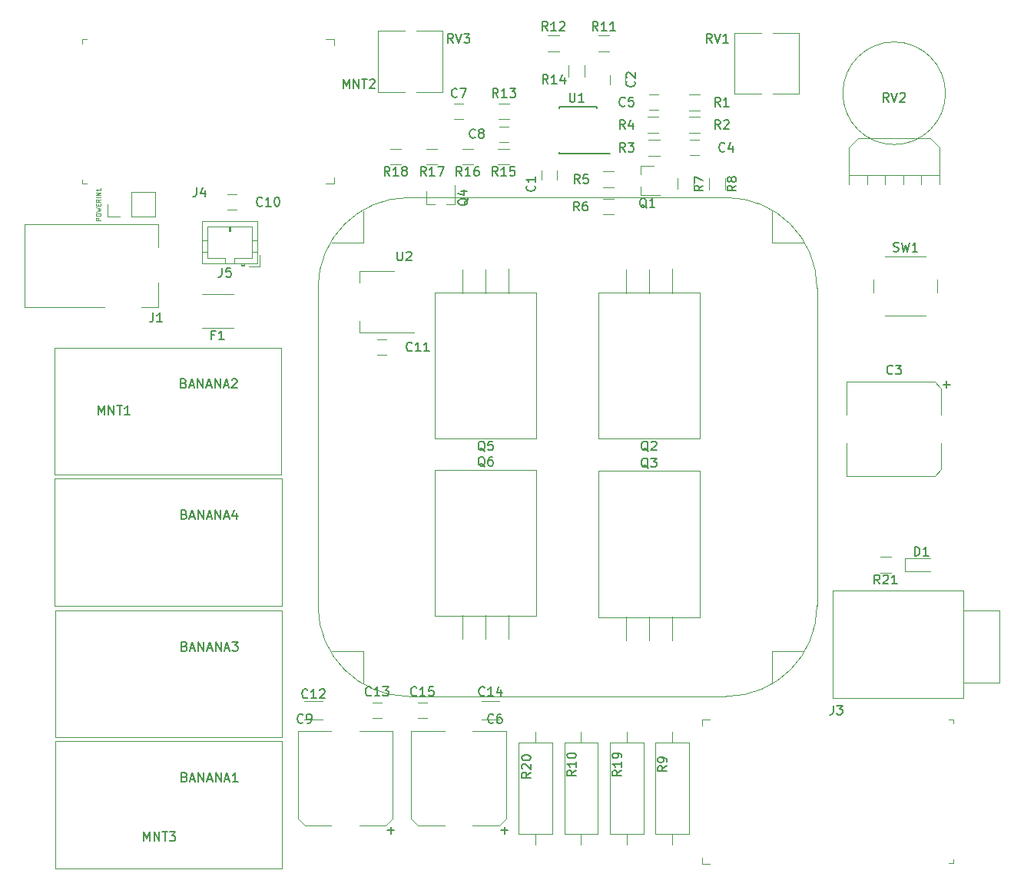
<source format=gbr>
G04 #@! TF.GenerationSoftware,KiCad,Pcbnew,(5.0.0)*
G04 #@! TF.CreationDate,2019-12-04T17:10:26-05:00*
G04 #@! TF.ProjectId,Audio Amp,417564696F20416D702E6B696361645F,rev?*
G04 #@! TF.SameCoordinates,Original*
G04 #@! TF.FileFunction,Legend,Top*
G04 #@! TF.FilePolarity,Positive*
%FSLAX46Y46*%
G04 Gerber Fmt 4.6, Leading zero omitted, Abs format (unit mm)*
G04 Created by KiCad (PCBNEW (5.0.0)) date 12/04/19 17:10:26*
%MOMM*%
%LPD*%
G01*
G04 APERTURE LIST*
%ADD10C,0.120000*%
%ADD11C,0.100000*%
%ADD12C,0.150000*%
%ADD13C,0.050000*%
G04 APERTURE END LIST*
D10*
G04 #@! TO.C,C1*
X96850000Y-101500000D02*
X96850000Y-100500000D01*
X95150000Y-100500000D02*
X95150000Y-101500000D01*
G04 #@! TO.C,C2*
X104350000Y-91000000D02*
X104350000Y-90000000D01*
X102650000Y-90000000D02*
X102650000Y-91000000D01*
G04 #@! TO.C,C3*
X139210000Y-133450000D02*
X139210000Y-130560000D01*
X139210000Y-124550000D02*
X139210000Y-127440000D01*
X128790000Y-123790000D02*
X128790000Y-127440000D01*
X128790000Y-134210000D02*
X128790000Y-130560000D01*
X128790000Y-123790000D02*
X138450000Y-123790000D01*
X138450000Y-123790000D02*
X139210000Y-124550000D01*
X139210000Y-133450000D02*
X138450000Y-134210000D01*
X138450000Y-134210000D02*
X128790000Y-134210000D01*
G04 #@! TO.C,C4*
X112500000Y-97150000D02*
X111500000Y-97150000D01*
X111500000Y-98850000D02*
X112500000Y-98850000D01*
G04 #@! TO.C,C5*
X108000000Y-92150000D02*
X107000000Y-92150000D01*
X107000000Y-93850000D02*
X108000000Y-93850000D01*
G04 #@! TO.C,C6*
X81550000Y-172710000D02*
X84440000Y-172710000D01*
X90450000Y-172710000D02*
X87560000Y-172710000D01*
X91210000Y-162290000D02*
X87560000Y-162290000D01*
X80790000Y-162290000D02*
X84440000Y-162290000D01*
X91210000Y-162290000D02*
X91210000Y-171950000D01*
X91210000Y-171950000D02*
X90450000Y-172710000D01*
X81550000Y-172710000D02*
X80790000Y-171950000D01*
X80790000Y-171950000D02*
X80790000Y-162290000D01*
G04 #@! TO.C,C7*
X85500000Y-94850000D02*
X86500000Y-94850000D01*
X86500000Y-93150000D02*
X85500000Y-93150000D01*
G04 #@! TO.C,C8*
X90500000Y-97350000D02*
X91500000Y-97350000D01*
X91500000Y-95650000D02*
X90500000Y-95650000D01*
G04 #@! TO.C,C9*
X69050000Y-172710000D02*
X71940000Y-172710000D01*
X77950000Y-172710000D02*
X75060000Y-172710000D01*
X78710000Y-162290000D02*
X75060000Y-162290000D01*
X68290000Y-162290000D02*
X71940000Y-162290000D01*
X78710000Y-162290000D02*
X78710000Y-171950000D01*
X78710000Y-171950000D02*
X77950000Y-172710000D01*
X69050000Y-172710000D02*
X68290000Y-171950000D01*
X68290000Y-171950000D02*
X68290000Y-162290000D01*
G04 #@! TO.C,Q1*
X106044999Y-100034999D02*
X106044999Y-100964999D01*
X106044999Y-103194999D02*
X106044999Y-102264999D01*
X106044999Y-103194999D02*
X108204999Y-103194999D01*
X106044999Y-100034999D02*
X107504999Y-100034999D01*
D11*
G04 #@! TO.C,Q2*
X112588000Y-130050400D02*
X112588000Y-113946800D01*
X101412000Y-130050400D02*
X112588000Y-130050400D01*
X101412000Y-113946800D02*
X101412000Y-130050400D01*
X112588000Y-113946800D02*
X101412000Y-113946800D01*
D10*
X104460000Y-114030000D02*
X104460000Y-111406000D01*
X107000000Y-114030000D02*
X107000000Y-111406000D01*
X109540000Y-114030000D02*
X109540000Y-111390000D01*
D11*
G04 #@! TO.C,Q3*
X101412000Y-133649600D02*
X101412000Y-149753200D01*
X112588000Y-133649600D02*
X101412000Y-133649600D01*
X112588000Y-149753200D02*
X112588000Y-133649600D01*
X101412000Y-149753200D02*
X112588000Y-149753200D01*
D10*
X109540000Y-149670000D02*
X109540000Y-152294000D01*
X107000000Y-149670000D02*
X107000000Y-152294000D01*
X104460000Y-149670000D02*
X104460000Y-152310000D01*
G04 #@! TO.C,Q4*
X82420000Y-104260000D02*
X83350000Y-104260000D01*
X85580000Y-104260000D02*
X84650000Y-104260000D01*
X85580000Y-104260000D02*
X85580000Y-102100000D01*
X82420000Y-104260000D02*
X82420000Y-102800000D01*
D11*
G04 #@! TO.C,Q5*
X94588000Y-130050400D02*
X94588000Y-113946800D01*
X83412000Y-130050400D02*
X94588000Y-130050400D01*
X83412000Y-113946800D02*
X83412000Y-130050400D01*
X94588000Y-113946800D02*
X83412000Y-113946800D01*
D10*
X86460000Y-114030000D02*
X86460000Y-111406000D01*
X89000000Y-114030000D02*
X89000000Y-111406000D01*
X91540000Y-114030000D02*
X91540000Y-111390000D01*
D11*
G04 #@! TO.C,Q6*
X83412000Y-133499600D02*
X83412000Y-149603200D01*
X94588000Y-133499600D02*
X83412000Y-133499600D01*
X94588000Y-149603200D02*
X94588000Y-133499600D01*
X83412000Y-149603200D02*
X94588000Y-149603200D01*
D10*
X91540000Y-149520000D02*
X91540000Y-152144000D01*
X89000000Y-149520000D02*
X89000000Y-152144000D01*
X86460000Y-149520000D02*
X86460000Y-152160000D01*
G04 #@! TO.C,R1*
X111400000Y-92120000D02*
X112600000Y-92120000D01*
X112600000Y-93880000D02*
X111400000Y-93880000D01*
G04 #@! TO.C,R2*
X112600000Y-96380000D02*
X111400000Y-96380000D01*
X111400000Y-94620000D02*
X112600000Y-94620000D01*
G04 #@! TO.C,R3*
X108150000Y-98880000D02*
X106950000Y-98880000D01*
X106950000Y-97120000D02*
X108150000Y-97120000D01*
G04 #@! TO.C,R4*
X106850000Y-94620000D02*
X108050000Y-94620000D01*
X108050000Y-96380000D02*
X106850000Y-96380000D01*
G04 #@! TO.C,R5*
X101900000Y-100620000D02*
X103100000Y-100620000D01*
X103100000Y-102380000D02*
X101900000Y-102380000D01*
G04 #@! TO.C,R6*
X103100000Y-105380000D02*
X101900000Y-105380000D01*
X101900000Y-103620000D02*
X103100000Y-103620000D01*
G04 #@! TO.C,R7*
X111880000Y-101350000D02*
X111880000Y-102550000D01*
X110120000Y-102550000D02*
X110120000Y-101350000D01*
G04 #@! TO.C,R8*
X113620000Y-102600000D02*
X113620000Y-101400000D01*
X115380000Y-101400000D02*
X115380000Y-102600000D01*
G04 #@! TO.C,R9*
X111360000Y-163610000D02*
X107640000Y-163610000D01*
X107640000Y-163610000D02*
X107640000Y-173630000D01*
X107640000Y-173630000D02*
X111360000Y-173630000D01*
X111360000Y-173630000D02*
X111360000Y-163610000D01*
X109500000Y-162380000D02*
X109500000Y-163610000D01*
X109500000Y-174860000D02*
X109500000Y-173630000D01*
G04 #@! TO.C,R10*
X97640000Y-173630000D02*
X101360000Y-173630000D01*
X101360000Y-173630000D02*
X101360000Y-163610000D01*
X101360000Y-163610000D02*
X97640000Y-163610000D01*
X97640000Y-163610000D02*
X97640000Y-173630000D01*
X99500000Y-174860000D02*
X99500000Y-173630000D01*
X99500000Y-162380000D02*
X99500000Y-163610000D01*
G04 #@! TO.C,R11*
X101400000Y-85620000D02*
X102600000Y-85620000D01*
X102600000Y-87380000D02*
X101400000Y-87380000D01*
G04 #@! TO.C,R12*
X95850000Y-85620000D02*
X97050000Y-85620000D01*
X97050000Y-87380000D02*
X95850000Y-87380000D01*
G04 #@! TO.C,R13*
X90400000Y-93120000D02*
X91600000Y-93120000D01*
X91600000Y-94880000D02*
X90400000Y-94880000D01*
G04 #@! TO.C,R14*
X98120000Y-90150000D02*
X98120000Y-88950000D01*
X99880000Y-88950000D02*
X99880000Y-90150000D01*
G04 #@! TO.C,R15*
X90350000Y-98120000D02*
X91550000Y-98120000D01*
X91550000Y-99880000D02*
X90350000Y-99880000D01*
G04 #@! TO.C,R16*
X86400000Y-98120000D02*
X87600000Y-98120000D01*
X87600000Y-99880000D02*
X86400000Y-99880000D01*
G04 #@! TO.C,R17*
X82450000Y-98120000D02*
X83650000Y-98120000D01*
X83650000Y-99880000D02*
X82450000Y-99880000D01*
G04 #@! TO.C,R18*
X78450000Y-98120000D02*
X79650000Y-98120000D01*
X79650000Y-99880000D02*
X78450000Y-99880000D01*
G04 #@! TO.C,R19*
X106360000Y-163610000D02*
X102640000Y-163610000D01*
X102640000Y-163610000D02*
X102640000Y-173630000D01*
X102640000Y-173630000D02*
X106360000Y-173630000D01*
X106360000Y-173630000D02*
X106360000Y-163610000D01*
X104500000Y-162380000D02*
X104500000Y-163610000D01*
X104500000Y-174860000D02*
X104500000Y-173630000D01*
G04 #@! TO.C,R20*
X92640000Y-173630000D02*
X96360000Y-173630000D01*
X96360000Y-173630000D02*
X96360000Y-163610000D01*
X96360000Y-163610000D02*
X92640000Y-163610000D01*
X92640000Y-163610000D02*
X92640000Y-173630000D01*
X94500000Y-174860000D02*
X94500000Y-173630000D01*
X94500000Y-162380000D02*
X94500000Y-163610000D01*
G04 #@! TO.C,SW1*
X133000000Y-116500000D02*
X137500000Y-116500000D01*
X131750000Y-112500000D02*
X131750000Y-114000000D01*
X137500000Y-110000000D02*
X133000000Y-110000000D01*
X138750000Y-114000000D02*
X138750000Y-112500000D01*
D12*
G04 #@! TO.C,U1*
X101275000Y-98670000D02*
X101275000Y-98620000D01*
X97125000Y-98670000D02*
X97125000Y-98525000D01*
X97125000Y-93520000D02*
X97125000Y-93665000D01*
X101275000Y-93520000D02*
X101275000Y-93665000D01*
X101275000Y-98670000D02*
X97125000Y-98670000D01*
X101275000Y-93520000D02*
X97125000Y-93520000D01*
X101275000Y-98620000D02*
X102675000Y-98620000D01*
D11*
G04 #@! TO.C,J3*
X112807540Y-176259120D02*
X112807540Y-176934120D01*
X113710080Y-176929680D02*
X112810080Y-176929680D01*
X113705000Y-161075000D02*
X112805000Y-161075000D01*
X112805000Y-161075000D02*
X112805000Y-161750000D01*
X140563200Y-176425000D02*
X140563200Y-176925000D01*
X140563200Y-176925000D02*
X140055200Y-176925000D01*
X140563200Y-161075000D02*
X140055200Y-161075000D01*
X140563200Y-161075000D02*
X140563200Y-161450000D01*
G04 #@! TO.C,J4*
X72272460Y-86740880D02*
X72272460Y-86065880D01*
X71369920Y-86070320D02*
X72269920Y-86070320D01*
X71375000Y-101925000D02*
X72275000Y-101925000D01*
X72275000Y-101925000D02*
X72275000Y-101250000D01*
X44516800Y-86575000D02*
X44516800Y-86075000D01*
X44516800Y-86075000D02*
X45024800Y-86075000D01*
X44516800Y-101925000D02*
X45024800Y-101925000D01*
X44516800Y-101925000D02*
X44516800Y-101550000D01*
D10*
G04 #@! TO.C,F1*
X61170000Y-114120000D02*
X57710000Y-114120000D01*
X61170000Y-117880000D02*
X57710000Y-117880000D01*
G04 #@! TO.C,D1*
X135200000Y-143300000D02*
X135200000Y-144700000D01*
X135200000Y-144700000D02*
X138000000Y-144700000D01*
X135200000Y-143300000D02*
X138000000Y-143300000D01*
G04 #@! TO.C,R21*
X132450000Y-143120000D02*
X133650000Y-143120000D01*
X133650000Y-144880000D02*
X132450000Y-144880000D01*
D11*
G04 #@! TO.C,RV2*
X139000000Y-102000000D02*
X139000000Y-101000000D01*
X139000000Y-101000000D02*
X139000000Y-102000000D01*
X137000000Y-101000000D02*
X139000000Y-101000000D01*
X137000000Y-101000000D02*
X137000000Y-102000000D01*
X135000000Y-101000000D02*
X137000000Y-101000000D01*
X135000000Y-102000000D02*
X135000000Y-101000000D01*
X135000000Y-101000000D02*
X135000000Y-102000000D01*
X133000000Y-101000000D02*
X135000000Y-101000000D01*
X133000000Y-102000000D02*
X133000000Y-101000000D01*
X133000000Y-101000000D02*
X133000000Y-102000000D01*
X131000000Y-101000000D02*
X133000000Y-101000000D01*
X131000000Y-102000000D02*
X131000000Y-101000000D01*
X129000000Y-101000000D02*
X129000000Y-102000000D01*
X129000000Y-98000000D02*
X129000000Y-101000000D01*
X130000000Y-97000000D02*
X129000000Y-98000000D01*
X131000000Y-97000000D02*
X130000000Y-97000000D01*
X138000000Y-97000000D02*
X131000000Y-97000000D01*
X139000000Y-98000000D02*
X138000000Y-97000000D01*
X139000000Y-101000000D02*
X139000000Y-98000000D01*
X129000000Y-101000000D02*
X139000000Y-101000000D01*
X139656854Y-92000000D02*
G75*
G03X139656854Y-92000000I-5656854J0D01*
G01*
G04 #@! TO.C,BANANA1*
X41540000Y-164460000D02*
X41540000Y-176460000D01*
X66540000Y-163460000D02*
X41540000Y-163460000D01*
X66540000Y-177460000D02*
X66540000Y-165460000D01*
X61540000Y-177460000D02*
X66540000Y-177460000D01*
X52540000Y-177460000D02*
X41540000Y-177460000D01*
X61540000Y-177460000D02*
X52540000Y-177460000D01*
X41540000Y-177460000D02*
X41540000Y-176460000D01*
X41540000Y-176460000D02*
X41540000Y-163460000D01*
X66540000Y-165460000D02*
X66540000Y-163460000D01*
G04 #@! TO.C,BANANA2*
X41460000Y-121040000D02*
X41460000Y-133040000D01*
X66460000Y-120040000D02*
X41460000Y-120040000D01*
X66460000Y-134040000D02*
X66460000Y-122040000D01*
X61460000Y-134040000D02*
X66460000Y-134040000D01*
X52460000Y-134040000D02*
X41460000Y-134040000D01*
X61460000Y-134040000D02*
X52460000Y-134040000D01*
X41460000Y-134040000D02*
X41460000Y-133040000D01*
X41460000Y-133040000D02*
X41460000Y-120040000D01*
X66460000Y-122040000D02*
X66460000Y-120040000D01*
G04 #@! TO.C,BANANA3*
X41540000Y-150040000D02*
X41540000Y-162040000D01*
X66540000Y-149040000D02*
X41540000Y-149040000D01*
X66540000Y-163040000D02*
X66540000Y-151040000D01*
X61540000Y-163040000D02*
X66540000Y-163040000D01*
X52540000Y-163040000D02*
X41540000Y-163040000D01*
X61540000Y-163040000D02*
X52540000Y-163040000D01*
X41540000Y-163040000D02*
X41540000Y-162040000D01*
X41540000Y-162040000D02*
X41540000Y-149040000D01*
X66540000Y-151040000D02*
X66540000Y-149040000D01*
G04 #@! TO.C,BANANA4*
X41500000Y-135500000D02*
X41500000Y-147500000D01*
X66500000Y-134500000D02*
X41500000Y-134500000D01*
X66500000Y-148500000D02*
X66500000Y-136500000D01*
X61500000Y-148500000D02*
X66500000Y-148500000D01*
X52500000Y-148500000D02*
X41500000Y-148500000D01*
X61500000Y-148500000D02*
X52500000Y-148500000D01*
X41500000Y-148500000D02*
X41500000Y-147500000D01*
X41500000Y-147500000D02*
X41500000Y-134500000D01*
X66500000Y-136500000D02*
X66500000Y-134500000D01*
G04 #@! TO.C,HEATSINK1*
X75500000Y-153500000D02*
X72000000Y-153500000D01*
X120500000Y-108500000D02*
X124000000Y-108500000D01*
X75500000Y-153500000D02*
X75500000Y-157000000D01*
X120500000Y-108500000D02*
X120500000Y-105000000D01*
X120500000Y-153500000D02*
X124000000Y-153500000D01*
X120500000Y-153500000D02*
X120500000Y-157000000D01*
X70500000Y-113500000D02*
X70500000Y-148500000D01*
X115500000Y-103500000D02*
X80500000Y-103500000D01*
X80500000Y-158500000D02*
X115500000Y-158500000D01*
X115500000Y-103500000D02*
G75*
G02X125500000Y-113500000I0J-10000000D01*
G01*
X70500000Y-113500000D02*
G75*
G02X80500000Y-103500000I10000000J0D01*
G01*
X80500000Y-158500000D02*
G75*
G02X70500000Y-148500000I0J10000000D01*
G01*
X125500000Y-148500000D02*
X125500000Y-113500000D01*
X125500000Y-148500000D02*
G75*
G02X115500000Y-158500000I-10000000J0D01*
G01*
X75500000Y-108500000D02*
X75500000Y-105000000D01*
X75500000Y-108500000D02*
X72000000Y-108500000D01*
D10*
G04 #@! TO.C,J5*
X64100000Y-111100000D02*
X64100000Y-109850000D01*
X62850000Y-111100000D02*
X64100000Y-111100000D01*
X60750000Y-106700000D02*
X60750000Y-107200000D01*
X60650000Y-107200000D02*
X60650000Y-106700000D01*
X60850000Y-107200000D02*
X60650000Y-107200000D01*
X60850000Y-106700000D02*
X60850000Y-107200000D01*
X62050000Y-110900000D02*
X62350000Y-110900000D01*
X62350000Y-111000000D02*
X62350000Y-110800000D01*
X62050000Y-111000000D02*
X62350000Y-111000000D01*
X62050000Y-110800000D02*
X62050000Y-111000000D01*
X57700000Y-108200000D02*
X58300000Y-108200000D01*
X57700000Y-109500000D02*
X58300000Y-109500000D01*
X63800000Y-108200000D02*
X63200000Y-108200000D01*
X63800000Y-109500000D02*
X63200000Y-109500000D01*
X60250000Y-110200000D02*
X60250000Y-110800000D01*
X58300000Y-110200000D02*
X60250000Y-110200000D01*
X58300000Y-106700000D02*
X58300000Y-110200000D01*
X63200000Y-106700000D02*
X58300000Y-106700000D01*
X63200000Y-110200000D02*
X63200000Y-106700000D01*
X61250000Y-110200000D02*
X63200000Y-110200000D01*
X61250000Y-110800000D02*
X61250000Y-110200000D01*
X57700000Y-110800000D02*
X63800000Y-110800000D01*
X57700000Y-106100000D02*
X57700000Y-110800000D01*
X63800000Y-106100000D02*
X57700000Y-106100000D01*
X63800000Y-110800000D02*
X63800000Y-106100000D01*
D11*
G04 #@! TO.C,J2*
X127200000Y-146800000D02*
X127200000Y-158700000D01*
X127200000Y-158700000D02*
X141600000Y-158700000D01*
X141600000Y-158700000D02*
X141600000Y-146800000D01*
X141600000Y-146800000D02*
X127200000Y-146800000D01*
X141600000Y-149000000D02*
X145600000Y-149000000D01*
X145600000Y-149000000D02*
X145600000Y-157000000D01*
X145600000Y-157000000D02*
X141600000Y-157000000D01*
D10*
G04 #@! TO.C,C10*
X61500000Y-103150000D02*
X60500000Y-103150000D01*
X60500000Y-104850000D02*
X61500000Y-104850000D01*
G04 #@! TO.C,C11*
X78000000Y-119150000D02*
X77000000Y-119150000D01*
X77000000Y-120850000D02*
X78000000Y-120850000D01*
G04 #@! TO.C,C12*
X71000000Y-158980000D02*
X69000000Y-158980000D01*
X69000000Y-161020000D02*
X71000000Y-161020000D01*
G04 #@! TO.C,C13*
X76500000Y-160850000D02*
X77500000Y-160850000D01*
X77500000Y-159150000D02*
X76500000Y-159150000D01*
G04 #@! TO.C,C14*
X88500000Y-161020000D02*
X90500000Y-161020000D01*
X90500000Y-158980000D02*
X88500000Y-158980000D01*
G04 #@! TO.C,C15*
X82500000Y-159150000D02*
X81500000Y-159150000D01*
X81500000Y-160850000D02*
X82500000Y-160850000D01*
G04 #@! TO.C,U2*
X75090000Y-111590000D02*
X75090000Y-112850000D01*
X75090000Y-118410000D02*
X75090000Y-117150000D01*
X78850000Y-111590000D02*
X75090000Y-111590000D01*
X81100000Y-118410000D02*
X75090000Y-118410000D01*
G04 #@! TO.C,J1*
X52900000Y-106400000D02*
X52900000Y-109000000D01*
X38200000Y-106400000D02*
X52900000Y-106400000D01*
X52900000Y-115600000D02*
X51000000Y-115600000D01*
X52900000Y-112900000D02*
X52900000Y-115600000D01*
X38200000Y-115600000D02*
X38200000Y-106400000D01*
X47000000Y-115600000D02*
X38200000Y-115600000D01*
G04 #@! TO.C,RV1*
X123500000Y-85350000D02*
X123500000Y-92070000D01*
X116380000Y-85350000D02*
X116380000Y-92070000D01*
X120611000Y-92070000D02*
X123500000Y-92070000D01*
X116380000Y-92070000D02*
X119389000Y-92070000D01*
X120611000Y-85350000D02*
X123500000Y-85350000D01*
X116380000Y-85350000D02*
X119389000Y-85350000D01*
G04 #@! TO.C,RV3*
X84210000Y-85140000D02*
X84210000Y-91860000D01*
X77090000Y-85140000D02*
X77090000Y-91860000D01*
X81321000Y-91860000D02*
X84210000Y-91860000D01*
X77090000Y-91860000D02*
X80099000Y-91860000D01*
X81321000Y-85140000D02*
X84210000Y-85140000D01*
X77090000Y-85140000D02*
X80099000Y-85140000D01*
G04 #@! TO.C,POWERIN1*
X47320000Y-105580000D02*
X47320000Y-104250000D01*
X48650000Y-105580000D02*
X47320000Y-105580000D01*
X49920000Y-105580000D02*
X49920000Y-102920000D01*
X49920000Y-102920000D02*
X52520000Y-102920000D01*
X49920000Y-105580000D02*
X52520000Y-105580000D01*
X52520000Y-105580000D02*
X52520000Y-102920000D01*
G04 #@! TO.C,C1*
D12*
X94357142Y-102166666D02*
X94404761Y-102214285D01*
X94452380Y-102357142D01*
X94452380Y-102452380D01*
X94404761Y-102595238D01*
X94309523Y-102690476D01*
X94214285Y-102738095D01*
X94023809Y-102785714D01*
X93880952Y-102785714D01*
X93690476Y-102738095D01*
X93595238Y-102690476D01*
X93500000Y-102595238D01*
X93452380Y-102452380D01*
X93452380Y-102357142D01*
X93500000Y-102214285D01*
X93547619Y-102166666D01*
X94452380Y-101214285D02*
X94452380Y-101785714D01*
X94452380Y-101500000D02*
X93452380Y-101500000D01*
X93595238Y-101595238D01*
X93690476Y-101690476D01*
X93738095Y-101785714D01*
G04 #@! TO.C,C2*
X105357142Y-90666666D02*
X105404761Y-90714285D01*
X105452380Y-90857142D01*
X105452380Y-90952380D01*
X105404761Y-91095238D01*
X105309523Y-91190476D01*
X105214285Y-91238095D01*
X105023809Y-91285714D01*
X104880952Y-91285714D01*
X104690476Y-91238095D01*
X104595238Y-91190476D01*
X104500000Y-91095238D01*
X104452380Y-90952380D01*
X104452380Y-90857142D01*
X104500000Y-90714285D01*
X104547619Y-90666666D01*
X104547619Y-90285714D02*
X104500000Y-90238095D01*
X104452380Y-90142857D01*
X104452380Y-89904761D01*
X104500000Y-89809523D01*
X104547619Y-89761904D01*
X104642857Y-89714285D01*
X104738095Y-89714285D01*
X104880952Y-89761904D01*
X105452380Y-90333333D01*
X105452380Y-89714285D01*
G04 #@! TO.C,C3*
X133833333Y-122897142D02*
X133785714Y-122944761D01*
X133642857Y-122992380D01*
X133547619Y-122992380D01*
X133404761Y-122944761D01*
X133309523Y-122849523D01*
X133261904Y-122754285D01*
X133214285Y-122563809D01*
X133214285Y-122420952D01*
X133261904Y-122230476D01*
X133309523Y-122135238D01*
X133404761Y-122040000D01*
X133547619Y-121992380D01*
X133642857Y-121992380D01*
X133785714Y-122040000D01*
X133833333Y-122087619D01*
X134166666Y-121992380D02*
X134785714Y-121992380D01*
X134452380Y-122373333D01*
X134595238Y-122373333D01*
X134690476Y-122420952D01*
X134738095Y-122468571D01*
X134785714Y-122563809D01*
X134785714Y-122801904D01*
X134738095Y-122897142D01*
X134690476Y-122944761D01*
X134595238Y-122992380D01*
X134309523Y-122992380D01*
X134214285Y-122944761D01*
X134166666Y-122897142D01*
X139399047Y-124101428D02*
X140160952Y-124101428D01*
X139780000Y-124482380D02*
X139780000Y-123720476D01*
G04 #@! TO.C,C4*
X115333333Y-98357142D02*
X115285714Y-98404761D01*
X115142857Y-98452380D01*
X115047619Y-98452380D01*
X114904761Y-98404761D01*
X114809523Y-98309523D01*
X114761904Y-98214285D01*
X114714285Y-98023809D01*
X114714285Y-97880952D01*
X114761904Y-97690476D01*
X114809523Y-97595238D01*
X114904761Y-97500000D01*
X115047619Y-97452380D01*
X115142857Y-97452380D01*
X115285714Y-97500000D01*
X115333333Y-97547619D01*
X116190476Y-97785714D02*
X116190476Y-98452380D01*
X115952380Y-97404761D02*
X115714285Y-98119047D01*
X116333333Y-98119047D01*
G04 #@! TO.C,C5*
X104333333Y-93357142D02*
X104285714Y-93404761D01*
X104142857Y-93452380D01*
X104047619Y-93452380D01*
X103904761Y-93404761D01*
X103809523Y-93309523D01*
X103761904Y-93214285D01*
X103714285Y-93023809D01*
X103714285Y-92880952D01*
X103761904Y-92690476D01*
X103809523Y-92595238D01*
X103904761Y-92500000D01*
X104047619Y-92452380D01*
X104142857Y-92452380D01*
X104285714Y-92500000D01*
X104333333Y-92547619D01*
X105238095Y-92452380D02*
X104761904Y-92452380D01*
X104714285Y-92928571D01*
X104761904Y-92880952D01*
X104857142Y-92833333D01*
X105095238Y-92833333D01*
X105190476Y-92880952D01*
X105238095Y-92928571D01*
X105285714Y-93023809D01*
X105285714Y-93261904D01*
X105238095Y-93357142D01*
X105190476Y-93404761D01*
X105095238Y-93452380D01*
X104857142Y-93452380D01*
X104761904Y-93404761D01*
X104714285Y-93357142D01*
G04 #@! TO.C,C6*
X89833333Y-161357142D02*
X89785714Y-161404761D01*
X89642857Y-161452380D01*
X89547619Y-161452380D01*
X89404761Y-161404761D01*
X89309523Y-161309523D01*
X89261904Y-161214285D01*
X89214285Y-161023809D01*
X89214285Y-160880952D01*
X89261904Y-160690476D01*
X89309523Y-160595238D01*
X89404761Y-160500000D01*
X89547619Y-160452380D01*
X89642857Y-160452380D01*
X89785714Y-160500000D01*
X89833333Y-160547619D01*
X90690476Y-160452380D02*
X90500000Y-160452380D01*
X90404761Y-160500000D01*
X90357142Y-160547619D01*
X90261904Y-160690476D01*
X90214285Y-160880952D01*
X90214285Y-161261904D01*
X90261904Y-161357142D01*
X90309523Y-161404761D01*
X90404761Y-161452380D01*
X90595238Y-161452380D01*
X90690476Y-161404761D01*
X90738095Y-161357142D01*
X90785714Y-161261904D01*
X90785714Y-161023809D01*
X90738095Y-160928571D01*
X90690476Y-160880952D01*
X90595238Y-160833333D01*
X90404761Y-160833333D01*
X90309523Y-160880952D01*
X90261904Y-160928571D01*
X90214285Y-161023809D01*
X91041428Y-173660952D02*
X91041428Y-172899047D01*
X91422380Y-173280000D02*
X90660476Y-173280000D01*
G04 #@! TO.C,C7*
X85833333Y-92357142D02*
X85785714Y-92404761D01*
X85642857Y-92452380D01*
X85547619Y-92452380D01*
X85404761Y-92404761D01*
X85309523Y-92309523D01*
X85261904Y-92214285D01*
X85214285Y-92023809D01*
X85214285Y-91880952D01*
X85261904Y-91690476D01*
X85309523Y-91595238D01*
X85404761Y-91500000D01*
X85547619Y-91452380D01*
X85642857Y-91452380D01*
X85785714Y-91500000D01*
X85833333Y-91547619D01*
X86166666Y-91452380D02*
X86833333Y-91452380D01*
X86404761Y-92452380D01*
G04 #@! TO.C,C8*
X87833333Y-96857142D02*
X87785714Y-96904761D01*
X87642857Y-96952380D01*
X87547619Y-96952380D01*
X87404761Y-96904761D01*
X87309523Y-96809523D01*
X87261904Y-96714285D01*
X87214285Y-96523809D01*
X87214285Y-96380952D01*
X87261904Y-96190476D01*
X87309523Y-96095238D01*
X87404761Y-96000000D01*
X87547619Y-95952380D01*
X87642857Y-95952380D01*
X87785714Y-96000000D01*
X87833333Y-96047619D01*
X88404761Y-96380952D02*
X88309523Y-96333333D01*
X88261904Y-96285714D01*
X88214285Y-96190476D01*
X88214285Y-96142857D01*
X88261904Y-96047619D01*
X88309523Y-96000000D01*
X88404761Y-95952380D01*
X88595238Y-95952380D01*
X88690476Y-96000000D01*
X88738095Y-96047619D01*
X88785714Y-96142857D01*
X88785714Y-96190476D01*
X88738095Y-96285714D01*
X88690476Y-96333333D01*
X88595238Y-96380952D01*
X88404761Y-96380952D01*
X88309523Y-96428571D01*
X88261904Y-96476190D01*
X88214285Y-96571428D01*
X88214285Y-96761904D01*
X88261904Y-96857142D01*
X88309523Y-96904761D01*
X88404761Y-96952380D01*
X88595238Y-96952380D01*
X88690476Y-96904761D01*
X88738095Y-96857142D01*
X88785714Y-96761904D01*
X88785714Y-96571428D01*
X88738095Y-96476190D01*
X88690476Y-96428571D01*
X88595238Y-96380952D01*
G04 #@! TO.C,C9*
X68833333Y-161357142D02*
X68785714Y-161404761D01*
X68642857Y-161452380D01*
X68547619Y-161452380D01*
X68404761Y-161404761D01*
X68309523Y-161309523D01*
X68261904Y-161214285D01*
X68214285Y-161023809D01*
X68214285Y-160880952D01*
X68261904Y-160690476D01*
X68309523Y-160595238D01*
X68404761Y-160500000D01*
X68547619Y-160452380D01*
X68642857Y-160452380D01*
X68785714Y-160500000D01*
X68833333Y-160547619D01*
X69309523Y-161452380D02*
X69500000Y-161452380D01*
X69595238Y-161404761D01*
X69642857Y-161357142D01*
X69738095Y-161214285D01*
X69785714Y-161023809D01*
X69785714Y-160642857D01*
X69738095Y-160547619D01*
X69690476Y-160500000D01*
X69595238Y-160452380D01*
X69404761Y-160452380D01*
X69309523Y-160500000D01*
X69261904Y-160547619D01*
X69214285Y-160642857D01*
X69214285Y-160880952D01*
X69261904Y-160976190D01*
X69309523Y-161023809D01*
X69404761Y-161071428D01*
X69595238Y-161071428D01*
X69690476Y-161023809D01*
X69738095Y-160976190D01*
X69785714Y-160880952D01*
X78541428Y-173660952D02*
X78541428Y-172899047D01*
X78922380Y-173280000D02*
X78160476Y-173280000D01*
G04 #@! TO.C,Q1*
X106709760Y-104662618D02*
X106614522Y-104614999D01*
X106519284Y-104519760D01*
X106376427Y-104376903D01*
X106281189Y-104329284D01*
X106185951Y-104329284D01*
X106233570Y-104567379D02*
X106138332Y-104519760D01*
X106043094Y-104424522D01*
X105995475Y-104234046D01*
X105995475Y-103900713D01*
X106043094Y-103710237D01*
X106138332Y-103614999D01*
X106233570Y-103567379D01*
X106424046Y-103567379D01*
X106519284Y-103614999D01*
X106614522Y-103710237D01*
X106662141Y-103900713D01*
X106662141Y-104234046D01*
X106614522Y-104424522D01*
X106519284Y-104519760D01*
X106424046Y-104567379D01*
X106233570Y-104567379D01*
X107614522Y-104567379D02*
X107043094Y-104567379D01*
X107328808Y-104567379D02*
X107328808Y-103567379D01*
X107233570Y-103710237D01*
X107138332Y-103805475D01*
X107043094Y-103853094D01*
G04 #@! TO.C,Q2*
X106904761Y-131467619D02*
X106809523Y-131420000D01*
X106714285Y-131324761D01*
X106571428Y-131181904D01*
X106476190Y-131134285D01*
X106380952Y-131134285D01*
X106428571Y-131372380D02*
X106333333Y-131324761D01*
X106238095Y-131229523D01*
X106190476Y-131039047D01*
X106190476Y-130705714D01*
X106238095Y-130515238D01*
X106333333Y-130420000D01*
X106428571Y-130372380D01*
X106619047Y-130372380D01*
X106714285Y-130420000D01*
X106809523Y-130515238D01*
X106857142Y-130705714D01*
X106857142Y-131039047D01*
X106809523Y-131229523D01*
X106714285Y-131324761D01*
X106619047Y-131372380D01*
X106428571Y-131372380D01*
X107238095Y-130467619D02*
X107285714Y-130420000D01*
X107380952Y-130372380D01*
X107619047Y-130372380D01*
X107714285Y-130420000D01*
X107761904Y-130467619D01*
X107809523Y-130562857D01*
X107809523Y-130658095D01*
X107761904Y-130800952D01*
X107190476Y-131372380D01*
X107809523Y-131372380D01*
G04 #@! TO.C,Q3*
X106904761Y-133327619D02*
X106809523Y-133280000D01*
X106714285Y-133184761D01*
X106571428Y-133041904D01*
X106476190Y-132994285D01*
X106380952Y-132994285D01*
X106428571Y-133232380D02*
X106333333Y-133184761D01*
X106238095Y-133089523D01*
X106190476Y-132899047D01*
X106190476Y-132565714D01*
X106238095Y-132375238D01*
X106333333Y-132280000D01*
X106428571Y-132232380D01*
X106619047Y-132232380D01*
X106714285Y-132280000D01*
X106809523Y-132375238D01*
X106857142Y-132565714D01*
X106857142Y-132899047D01*
X106809523Y-133089523D01*
X106714285Y-133184761D01*
X106619047Y-133232380D01*
X106428571Y-133232380D01*
X107190476Y-132232380D02*
X107809523Y-132232380D01*
X107476190Y-132613333D01*
X107619047Y-132613333D01*
X107714285Y-132660952D01*
X107761904Y-132708571D01*
X107809523Y-132803809D01*
X107809523Y-133041904D01*
X107761904Y-133137142D01*
X107714285Y-133184761D01*
X107619047Y-133232380D01*
X107333333Y-133232380D01*
X107238095Y-133184761D01*
X107190476Y-133137142D01*
G04 #@! TO.C,Q4*
X87047619Y-103595238D02*
X87000000Y-103690476D01*
X86904761Y-103785714D01*
X86761904Y-103928571D01*
X86714285Y-104023809D01*
X86714285Y-104119047D01*
X86952380Y-104071428D02*
X86904761Y-104166666D01*
X86809523Y-104261904D01*
X86619047Y-104309523D01*
X86285714Y-104309523D01*
X86095238Y-104261904D01*
X86000000Y-104166666D01*
X85952380Y-104071428D01*
X85952380Y-103880952D01*
X86000000Y-103785714D01*
X86095238Y-103690476D01*
X86285714Y-103642857D01*
X86619047Y-103642857D01*
X86809523Y-103690476D01*
X86904761Y-103785714D01*
X86952380Y-103880952D01*
X86952380Y-104071428D01*
X86285714Y-102785714D02*
X86952380Y-102785714D01*
X85904761Y-103023809D02*
X86619047Y-103261904D01*
X86619047Y-102642857D01*
G04 #@! TO.C,Q5*
X88904761Y-131467619D02*
X88809523Y-131420000D01*
X88714285Y-131324761D01*
X88571428Y-131181904D01*
X88476190Y-131134285D01*
X88380952Y-131134285D01*
X88428571Y-131372380D02*
X88333333Y-131324761D01*
X88238095Y-131229523D01*
X88190476Y-131039047D01*
X88190476Y-130705714D01*
X88238095Y-130515238D01*
X88333333Y-130420000D01*
X88428571Y-130372380D01*
X88619047Y-130372380D01*
X88714285Y-130420000D01*
X88809523Y-130515238D01*
X88857142Y-130705714D01*
X88857142Y-131039047D01*
X88809523Y-131229523D01*
X88714285Y-131324761D01*
X88619047Y-131372380D01*
X88428571Y-131372380D01*
X89761904Y-130372380D02*
X89285714Y-130372380D01*
X89238095Y-130848571D01*
X89285714Y-130800952D01*
X89380952Y-130753333D01*
X89619047Y-130753333D01*
X89714285Y-130800952D01*
X89761904Y-130848571D01*
X89809523Y-130943809D01*
X89809523Y-131181904D01*
X89761904Y-131277142D01*
X89714285Y-131324761D01*
X89619047Y-131372380D01*
X89380952Y-131372380D01*
X89285714Y-131324761D01*
X89238095Y-131277142D01*
G04 #@! TO.C,Q6*
X88904761Y-133177619D02*
X88809523Y-133130000D01*
X88714285Y-133034761D01*
X88571428Y-132891904D01*
X88476190Y-132844285D01*
X88380952Y-132844285D01*
X88428571Y-133082380D02*
X88333333Y-133034761D01*
X88238095Y-132939523D01*
X88190476Y-132749047D01*
X88190476Y-132415714D01*
X88238095Y-132225238D01*
X88333333Y-132130000D01*
X88428571Y-132082380D01*
X88619047Y-132082380D01*
X88714285Y-132130000D01*
X88809523Y-132225238D01*
X88857142Y-132415714D01*
X88857142Y-132749047D01*
X88809523Y-132939523D01*
X88714285Y-133034761D01*
X88619047Y-133082380D01*
X88428571Y-133082380D01*
X89714285Y-132082380D02*
X89523809Y-132082380D01*
X89428571Y-132130000D01*
X89380952Y-132177619D01*
X89285714Y-132320476D01*
X89238095Y-132510952D01*
X89238095Y-132891904D01*
X89285714Y-132987142D01*
X89333333Y-133034761D01*
X89428571Y-133082380D01*
X89619047Y-133082380D01*
X89714285Y-133034761D01*
X89761904Y-132987142D01*
X89809523Y-132891904D01*
X89809523Y-132653809D01*
X89761904Y-132558571D01*
X89714285Y-132510952D01*
X89619047Y-132463333D01*
X89428571Y-132463333D01*
X89333333Y-132510952D01*
X89285714Y-132558571D01*
X89238095Y-132653809D01*
G04 #@! TO.C,R1*
X114833333Y-93452380D02*
X114500000Y-92976190D01*
X114261904Y-93452380D02*
X114261904Y-92452380D01*
X114642857Y-92452380D01*
X114738095Y-92500000D01*
X114785714Y-92547619D01*
X114833333Y-92642857D01*
X114833333Y-92785714D01*
X114785714Y-92880952D01*
X114738095Y-92928571D01*
X114642857Y-92976190D01*
X114261904Y-92976190D01*
X115785714Y-93452380D02*
X115214285Y-93452380D01*
X115500000Y-93452380D02*
X115500000Y-92452380D01*
X115404761Y-92595238D01*
X115309523Y-92690476D01*
X115214285Y-92738095D01*
G04 #@! TO.C,R2*
X114833333Y-95952380D02*
X114500000Y-95476190D01*
X114261904Y-95952380D02*
X114261904Y-94952380D01*
X114642857Y-94952380D01*
X114738095Y-95000000D01*
X114785714Y-95047619D01*
X114833333Y-95142857D01*
X114833333Y-95285714D01*
X114785714Y-95380952D01*
X114738095Y-95428571D01*
X114642857Y-95476190D01*
X114261904Y-95476190D01*
X115214285Y-95047619D02*
X115261904Y-95000000D01*
X115357142Y-94952380D01*
X115595238Y-94952380D01*
X115690476Y-95000000D01*
X115738095Y-95047619D01*
X115785714Y-95142857D01*
X115785714Y-95238095D01*
X115738095Y-95380952D01*
X115166666Y-95952380D01*
X115785714Y-95952380D01*
G04 #@! TO.C,R3*
X104333333Y-98452380D02*
X104000000Y-97976190D01*
X103761904Y-98452380D02*
X103761904Y-97452380D01*
X104142857Y-97452380D01*
X104238095Y-97500000D01*
X104285714Y-97547619D01*
X104333333Y-97642857D01*
X104333333Y-97785714D01*
X104285714Y-97880952D01*
X104238095Y-97928571D01*
X104142857Y-97976190D01*
X103761904Y-97976190D01*
X104666666Y-97452380D02*
X105285714Y-97452380D01*
X104952380Y-97833333D01*
X105095238Y-97833333D01*
X105190476Y-97880952D01*
X105238095Y-97928571D01*
X105285714Y-98023809D01*
X105285714Y-98261904D01*
X105238095Y-98357142D01*
X105190476Y-98404761D01*
X105095238Y-98452380D01*
X104809523Y-98452380D01*
X104714285Y-98404761D01*
X104666666Y-98357142D01*
G04 #@! TO.C,R4*
X104333333Y-95952380D02*
X104000000Y-95476190D01*
X103761904Y-95952380D02*
X103761904Y-94952380D01*
X104142857Y-94952380D01*
X104238095Y-95000000D01*
X104285714Y-95047619D01*
X104333333Y-95142857D01*
X104333333Y-95285714D01*
X104285714Y-95380952D01*
X104238095Y-95428571D01*
X104142857Y-95476190D01*
X103761904Y-95476190D01*
X105190476Y-95285714D02*
X105190476Y-95952380D01*
X104952380Y-94904761D02*
X104714285Y-95619047D01*
X105333333Y-95619047D01*
G04 #@! TO.C,R5*
X99333333Y-101952380D02*
X99000000Y-101476190D01*
X98761904Y-101952380D02*
X98761904Y-100952380D01*
X99142857Y-100952380D01*
X99238095Y-101000000D01*
X99285714Y-101047619D01*
X99333333Y-101142857D01*
X99333333Y-101285714D01*
X99285714Y-101380952D01*
X99238095Y-101428571D01*
X99142857Y-101476190D01*
X98761904Y-101476190D01*
X100238095Y-100952380D02*
X99761904Y-100952380D01*
X99714285Y-101428571D01*
X99761904Y-101380952D01*
X99857142Y-101333333D01*
X100095238Y-101333333D01*
X100190476Y-101380952D01*
X100238095Y-101428571D01*
X100285714Y-101523809D01*
X100285714Y-101761904D01*
X100238095Y-101857142D01*
X100190476Y-101904761D01*
X100095238Y-101952380D01*
X99857142Y-101952380D01*
X99761904Y-101904761D01*
X99714285Y-101857142D01*
G04 #@! TO.C,R6*
X99283333Y-104952380D02*
X98950000Y-104476190D01*
X98711904Y-104952380D02*
X98711904Y-103952380D01*
X99092857Y-103952380D01*
X99188095Y-104000000D01*
X99235714Y-104047619D01*
X99283333Y-104142857D01*
X99283333Y-104285714D01*
X99235714Y-104380952D01*
X99188095Y-104428571D01*
X99092857Y-104476190D01*
X98711904Y-104476190D01*
X100140476Y-103952380D02*
X99950000Y-103952380D01*
X99854761Y-104000000D01*
X99807142Y-104047619D01*
X99711904Y-104190476D01*
X99664285Y-104380952D01*
X99664285Y-104761904D01*
X99711904Y-104857142D01*
X99759523Y-104904761D01*
X99854761Y-104952380D01*
X100045238Y-104952380D01*
X100140476Y-104904761D01*
X100188095Y-104857142D01*
X100235714Y-104761904D01*
X100235714Y-104523809D01*
X100188095Y-104428571D01*
X100140476Y-104380952D01*
X100045238Y-104333333D01*
X99854761Y-104333333D01*
X99759523Y-104380952D01*
X99711904Y-104428571D01*
X99664285Y-104523809D01*
G04 #@! TO.C,R7*
X112952380Y-102166666D02*
X112476190Y-102500000D01*
X112952380Y-102738095D02*
X111952380Y-102738095D01*
X111952380Y-102357142D01*
X112000000Y-102261904D01*
X112047619Y-102214285D01*
X112142857Y-102166666D01*
X112285714Y-102166666D01*
X112380952Y-102214285D01*
X112428571Y-102261904D01*
X112476190Y-102357142D01*
X112476190Y-102738095D01*
X111952380Y-101833333D02*
X111952380Y-101166666D01*
X112952380Y-101595238D01*
G04 #@! TO.C,R8*
X116602380Y-102166666D02*
X116126190Y-102500000D01*
X116602380Y-102738095D02*
X115602380Y-102738095D01*
X115602380Y-102357142D01*
X115650000Y-102261904D01*
X115697619Y-102214285D01*
X115792857Y-102166666D01*
X115935714Y-102166666D01*
X116030952Y-102214285D01*
X116078571Y-102261904D01*
X116126190Y-102357142D01*
X116126190Y-102738095D01*
X116030952Y-101595238D02*
X115983333Y-101690476D01*
X115935714Y-101738095D01*
X115840476Y-101785714D01*
X115792857Y-101785714D01*
X115697619Y-101738095D01*
X115650000Y-101690476D01*
X115602380Y-101595238D01*
X115602380Y-101404761D01*
X115650000Y-101309523D01*
X115697619Y-101261904D01*
X115792857Y-101214285D01*
X115840476Y-101214285D01*
X115935714Y-101261904D01*
X115983333Y-101309523D01*
X116030952Y-101404761D01*
X116030952Y-101595238D01*
X116078571Y-101690476D01*
X116126190Y-101738095D01*
X116221428Y-101785714D01*
X116411904Y-101785714D01*
X116507142Y-101738095D01*
X116554761Y-101690476D01*
X116602380Y-101595238D01*
X116602380Y-101404761D01*
X116554761Y-101309523D01*
X116507142Y-101261904D01*
X116411904Y-101214285D01*
X116221428Y-101214285D01*
X116126190Y-101261904D01*
X116078571Y-101309523D01*
X116030952Y-101404761D01*
G04 #@! TO.C,R9*
X108952380Y-166166666D02*
X108476190Y-166500000D01*
X108952380Y-166738095D02*
X107952380Y-166738095D01*
X107952380Y-166357142D01*
X108000000Y-166261904D01*
X108047619Y-166214285D01*
X108142857Y-166166666D01*
X108285714Y-166166666D01*
X108380952Y-166214285D01*
X108428571Y-166261904D01*
X108476190Y-166357142D01*
X108476190Y-166738095D01*
X108952380Y-165690476D02*
X108952380Y-165500000D01*
X108904761Y-165404761D01*
X108857142Y-165357142D01*
X108714285Y-165261904D01*
X108523809Y-165214285D01*
X108142857Y-165214285D01*
X108047619Y-165261904D01*
X108000000Y-165309523D01*
X107952380Y-165404761D01*
X107952380Y-165595238D01*
X108000000Y-165690476D01*
X108047619Y-165738095D01*
X108142857Y-165785714D01*
X108380952Y-165785714D01*
X108476190Y-165738095D01*
X108523809Y-165690476D01*
X108571428Y-165595238D01*
X108571428Y-165404761D01*
X108523809Y-165309523D01*
X108476190Y-165261904D01*
X108380952Y-165214285D01*
G04 #@! TO.C,R10*
X98952380Y-166642857D02*
X98476190Y-166976190D01*
X98952380Y-167214285D02*
X97952380Y-167214285D01*
X97952380Y-166833333D01*
X98000000Y-166738095D01*
X98047619Y-166690476D01*
X98142857Y-166642857D01*
X98285714Y-166642857D01*
X98380952Y-166690476D01*
X98428571Y-166738095D01*
X98476190Y-166833333D01*
X98476190Y-167214285D01*
X98952380Y-165690476D02*
X98952380Y-166261904D01*
X98952380Y-165976190D02*
X97952380Y-165976190D01*
X98095238Y-166071428D01*
X98190476Y-166166666D01*
X98238095Y-166261904D01*
X97952380Y-165071428D02*
X97952380Y-164976190D01*
X98000000Y-164880952D01*
X98047619Y-164833333D01*
X98142857Y-164785714D01*
X98333333Y-164738095D01*
X98571428Y-164738095D01*
X98761904Y-164785714D01*
X98857142Y-164833333D01*
X98904761Y-164880952D01*
X98952380Y-164976190D01*
X98952380Y-165071428D01*
X98904761Y-165166666D01*
X98857142Y-165214285D01*
X98761904Y-165261904D01*
X98571428Y-165309523D01*
X98333333Y-165309523D01*
X98142857Y-165261904D01*
X98047619Y-165214285D01*
X98000000Y-165166666D01*
X97952380Y-165071428D01*
G04 #@! TO.C,R11*
X101357142Y-85102380D02*
X101023809Y-84626190D01*
X100785714Y-85102380D02*
X100785714Y-84102380D01*
X101166666Y-84102380D01*
X101261904Y-84150000D01*
X101309523Y-84197619D01*
X101357142Y-84292857D01*
X101357142Y-84435714D01*
X101309523Y-84530952D01*
X101261904Y-84578571D01*
X101166666Y-84626190D01*
X100785714Y-84626190D01*
X102309523Y-85102380D02*
X101738095Y-85102380D01*
X102023809Y-85102380D02*
X102023809Y-84102380D01*
X101928571Y-84245238D01*
X101833333Y-84340476D01*
X101738095Y-84388095D01*
X103261904Y-85102380D02*
X102690476Y-85102380D01*
X102976190Y-85102380D02*
X102976190Y-84102380D01*
X102880952Y-84245238D01*
X102785714Y-84340476D01*
X102690476Y-84388095D01*
G04 #@! TO.C,R12*
X95807142Y-85102380D02*
X95473809Y-84626190D01*
X95235714Y-85102380D02*
X95235714Y-84102380D01*
X95616666Y-84102380D01*
X95711904Y-84150000D01*
X95759523Y-84197619D01*
X95807142Y-84292857D01*
X95807142Y-84435714D01*
X95759523Y-84530952D01*
X95711904Y-84578571D01*
X95616666Y-84626190D01*
X95235714Y-84626190D01*
X96759523Y-85102380D02*
X96188095Y-85102380D01*
X96473809Y-85102380D02*
X96473809Y-84102380D01*
X96378571Y-84245238D01*
X96283333Y-84340476D01*
X96188095Y-84388095D01*
X97140476Y-84197619D02*
X97188095Y-84150000D01*
X97283333Y-84102380D01*
X97521428Y-84102380D01*
X97616666Y-84150000D01*
X97664285Y-84197619D01*
X97711904Y-84292857D01*
X97711904Y-84388095D01*
X97664285Y-84530952D01*
X97092857Y-85102380D01*
X97711904Y-85102380D01*
G04 #@! TO.C,R13*
X90357142Y-92452380D02*
X90023809Y-91976190D01*
X89785714Y-92452380D02*
X89785714Y-91452380D01*
X90166666Y-91452380D01*
X90261904Y-91500000D01*
X90309523Y-91547619D01*
X90357142Y-91642857D01*
X90357142Y-91785714D01*
X90309523Y-91880952D01*
X90261904Y-91928571D01*
X90166666Y-91976190D01*
X89785714Y-91976190D01*
X91309523Y-92452380D02*
X90738095Y-92452380D01*
X91023809Y-92452380D02*
X91023809Y-91452380D01*
X90928571Y-91595238D01*
X90833333Y-91690476D01*
X90738095Y-91738095D01*
X91642857Y-91452380D02*
X92261904Y-91452380D01*
X91928571Y-91833333D01*
X92071428Y-91833333D01*
X92166666Y-91880952D01*
X92214285Y-91928571D01*
X92261904Y-92023809D01*
X92261904Y-92261904D01*
X92214285Y-92357142D01*
X92166666Y-92404761D01*
X92071428Y-92452380D01*
X91785714Y-92452380D01*
X91690476Y-92404761D01*
X91642857Y-92357142D01*
G04 #@! TO.C,R14*
X95857142Y-90952380D02*
X95523809Y-90476190D01*
X95285714Y-90952380D02*
X95285714Y-89952380D01*
X95666666Y-89952380D01*
X95761904Y-90000000D01*
X95809523Y-90047619D01*
X95857142Y-90142857D01*
X95857142Y-90285714D01*
X95809523Y-90380952D01*
X95761904Y-90428571D01*
X95666666Y-90476190D01*
X95285714Y-90476190D01*
X96809523Y-90952380D02*
X96238095Y-90952380D01*
X96523809Y-90952380D02*
X96523809Y-89952380D01*
X96428571Y-90095238D01*
X96333333Y-90190476D01*
X96238095Y-90238095D01*
X97666666Y-90285714D02*
X97666666Y-90952380D01*
X97428571Y-89904761D02*
X97190476Y-90619047D01*
X97809523Y-90619047D01*
G04 #@! TO.C,R15*
X90307142Y-101102380D02*
X89973809Y-100626190D01*
X89735714Y-101102380D02*
X89735714Y-100102380D01*
X90116666Y-100102380D01*
X90211904Y-100150000D01*
X90259523Y-100197619D01*
X90307142Y-100292857D01*
X90307142Y-100435714D01*
X90259523Y-100530952D01*
X90211904Y-100578571D01*
X90116666Y-100626190D01*
X89735714Y-100626190D01*
X91259523Y-101102380D02*
X90688095Y-101102380D01*
X90973809Y-101102380D02*
X90973809Y-100102380D01*
X90878571Y-100245238D01*
X90783333Y-100340476D01*
X90688095Y-100388095D01*
X92164285Y-100102380D02*
X91688095Y-100102380D01*
X91640476Y-100578571D01*
X91688095Y-100530952D01*
X91783333Y-100483333D01*
X92021428Y-100483333D01*
X92116666Y-100530952D01*
X92164285Y-100578571D01*
X92211904Y-100673809D01*
X92211904Y-100911904D01*
X92164285Y-101007142D01*
X92116666Y-101054761D01*
X92021428Y-101102380D01*
X91783333Y-101102380D01*
X91688095Y-101054761D01*
X91640476Y-101007142D01*
G04 #@! TO.C,R16*
X86357142Y-101102380D02*
X86023809Y-100626190D01*
X85785714Y-101102380D02*
X85785714Y-100102380D01*
X86166666Y-100102380D01*
X86261904Y-100150000D01*
X86309523Y-100197619D01*
X86357142Y-100292857D01*
X86357142Y-100435714D01*
X86309523Y-100530952D01*
X86261904Y-100578571D01*
X86166666Y-100626190D01*
X85785714Y-100626190D01*
X87309523Y-101102380D02*
X86738095Y-101102380D01*
X87023809Y-101102380D02*
X87023809Y-100102380D01*
X86928571Y-100245238D01*
X86833333Y-100340476D01*
X86738095Y-100388095D01*
X88166666Y-100102380D02*
X87976190Y-100102380D01*
X87880952Y-100150000D01*
X87833333Y-100197619D01*
X87738095Y-100340476D01*
X87690476Y-100530952D01*
X87690476Y-100911904D01*
X87738095Y-101007142D01*
X87785714Y-101054761D01*
X87880952Y-101102380D01*
X88071428Y-101102380D01*
X88166666Y-101054761D01*
X88214285Y-101007142D01*
X88261904Y-100911904D01*
X88261904Y-100673809D01*
X88214285Y-100578571D01*
X88166666Y-100530952D01*
X88071428Y-100483333D01*
X87880952Y-100483333D01*
X87785714Y-100530952D01*
X87738095Y-100578571D01*
X87690476Y-100673809D01*
G04 #@! TO.C,R17*
X82407142Y-101102380D02*
X82073809Y-100626190D01*
X81835714Y-101102380D02*
X81835714Y-100102380D01*
X82216666Y-100102380D01*
X82311904Y-100150000D01*
X82359523Y-100197619D01*
X82407142Y-100292857D01*
X82407142Y-100435714D01*
X82359523Y-100530952D01*
X82311904Y-100578571D01*
X82216666Y-100626190D01*
X81835714Y-100626190D01*
X83359523Y-101102380D02*
X82788095Y-101102380D01*
X83073809Y-101102380D02*
X83073809Y-100102380D01*
X82978571Y-100245238D01*
X82883333Y-100340476D01*
X82788095Y-100388095D01*
X83692857Y-100102380D02*
X84359523Y-100102380D01*
X83930952Y-101102380D01*
G04 #@! TO.C,R18*
X78407142Y-101102380D02*
X78073809Y-100626190D01*
X77835714Y-101102380D02*
X77835714Y-100102380D01*
X78216666Y-100102380D01*
X78311904Y-100150000D01*
X78359523Y-100197619D01*
X78407142Y-100292857D01*
X78407142Y-100435714D01*
X78359523Y-100530952D01*
X78311904Y-100578571D01*
X78216666Y-100626190D01*
X77835714Y-100626190D01*
X79359523Y-101102380D02*
X78788095Y-101102380D01*
X79073809Y-101102380D02*
X79073809Y-100102380D01*
X78978571Y-100245238D01*
X78883333Y-100340476D01*
X78788095Y-100388095D01*
X79930952Y-100530952D02*
X79835714Y-100483333D01*
X79788095Y-100435714D01*
X79740476Y-100340476D01*
X79740476Y-100292857D01*
X79788095Y-100197619D01*
X79835714Y-100150000D01*
X79930952Y-100102380D01*
X80121428Y-100102380D01*
X80216666Y-100150000D01*
X80264285Y-100197619D01*
X80311904Y-100292857D01*
X80311904Y-100340476D01*
X80264285Y-100435714D01*
X80216666Y-100483333D01*
X80121428Y-100530952D01*
X79930952Y-100530952D01*
X79835714Y-100578571D01*
X79788095Y-100626190D01*
X79740476Y-100721428D01*
X79740476Y-100911904D01*
X79788095Y-101007142D01*
X79835714Y-101054761D01*
X79930952Y-101102380D01*
X80121428Y-101102380D01*
X80216666Y-101054761D01*
X80264285Y-101007142D01*
X80311904Y-100911904D01*
X80311904Y-100721428D01*
X80264285Y-100626190D01*
X80216666Y-100578571D01*
X80121428Y-100530952D01*
G04 #@! TO.C,R19*
X103952380Y-166642857D02*
X103476190Y-166976190D01*
X103952380Y-167214285D02*
X102952380Y-167214285D01*
X102952380Y-166833333D01*
X103000000Y-166738095D01*
X103047619Y-166690476D01*
X103142857Y-166642857D01*
X103285714Y-166642857D01*
X103380952Y-166690476D01*
X103428571Y-166738095D01*
X103476190Y-166833333D01*
X103476190Y-167214285D01*
X103952380Y-165690476D02*
X103952380Y-166261904D01*
X103952380Y-165976190D02*
X102952380Y-165976190D01*
X103095238Y-166071428D01*
X103190476Y-166166666D01*
X103238095Y-166261904D01*
X103952380Y-165214285D02*
X103952380Y-165023809D01*
X103904761Y-164928571D01*
X103857142Y-164880952D01*
X103714285Y-164785714D01*
X103523809Y-164738095D01*
X103142857Y-164738095D01*
X103047619Y-164785714D01*
X103000000Y-164833333D01*
X102952380Y-164928571D01*
X102952380Y-165119047D01*
X103000000Y-165214285D01*
X103047619Y-165261904D01*
X103142857Y-165309523D01*
X103380952Y-165309523D01*
X103476190Y-165261904D01*
X103523809Y-165214285D01*
X103571428Y-165119047D01*
X103571428Y-164928571D01*
X103523809Y-164833333D01*
X103476190Y-164785714D01*
X103380952Y-164738095D01*
G04 #@! TO.C,R20*
X93952380Y-166882857D02*
X93476190Y-167216190D01*
X93952380Y-167454285D02*
X92952380Y-167454285D01*
X92952380Y-167073333D01*
X93000000Y-166978095D01*
X93047619Y-166930476D01*
X93142857Y-166882857D01*
X93285714Y-166882857D01*
X93380952Y-166930476D01*
X93428571Y-166978095D01*
X93476190Y-167073333D01*
X93476190Y-167454285D01*
X93047619Y-166501904D02*
X93000000Y-166454285D01*
X92952380Y-166359047D01*
X92952380Y-166120952D01*
X93000000Y-166025714D01*
X93047619Y-165978095D01*
X93142857Y-165930476D01*
X93238095Y-165930476D01*
X93380952Y-165978095D01*
X93952380Y-166549523D01*
X93952380Y-165930476D01*
X92952380Y-165311428D02*
X92952380Y-165216190D01*
X93000000Y-165120952D01*
X93047619Y-165073333D01*
X93142857Y-165025714D01*
X93333333Y-164978095D01*
X93571428Y-164978095D01*
X93761904Y-165025714D01*
X93857142Y-165073333D01*
X93904761Y-165120952D01*
X93952380Y-165216190D01*
X93952380Y-165311428D01*
X93904761Y-165406666D01*
X93857142Y-165454285D01*
X93761904Y-165501904D01*
X93571428Y-165549523D01*
X93333333Y-165549523D01*
X93142857Y-165501904D01*
X93047619Y-165454285D01*
X93000000Y-165406666D01*
X92952380Y-165311428D01*
G04 #@! TO.C,SW1*
X133916666Y-109404761D02*
X134059523Y-109452380D01*
X134297619Y-109452380D01*
X134392857Y-109404761D01*
X134440476Y-109357142D01*
X134488095Y-109261904D01*
X134488095Y-109166666D01*
X134440476Y-109071428D01*
X134392857Y-109023809D01*
X134297619Y-108976190D01*
X134107142Y-108928571D01*
X134011904Y-108880952D01*
X133964285Y-108833333D01*
X133916666Y-108738095D01*
X133916666Y-108642857D01*
X133964285Y-108547619D01*
X134011904Y-108500000D01*
X134107142Y-108452380D01*
X134345238Y-108452380D01*
X134488095Y-108500000D01*
X134821428Y-108452380D02*
X135059523Y-109452380D01*
X135250000Y-108738095D01*
X135440476Y-109452380D01*
X135678571Y-108452380D01*
X136583333Y-109452380D02*
X136011904Y-109452380D01*
X136297619Y-109452380D02*
X136297619Y-108452380D01*
X136202380Y-108595238D01*
X136107142Y-108690476D01*
X136011904Y-108738095D01*
G04 #@! TO.C,U1*
X98238095Y-91952380D02*
X98238095Y-92761904D01*
X98285714Y-92857142D01*
X98333333Y-92904761D01*
X98428571Y-92952380D01*
X98619047Y-92952380D01*
X98714285Y-92904761D01*
X98761904Y-92857142D01*
X98809523Y-92761904D01*
X98809523Y-91952380D01*
X99809523Y-92952380D02*
X99238095Y-92952380D01*
X99523809Y-92952380D02*
X99523809Y-91952380D01*
X99428571Y-92095238D01*
X99333333Y-92190476D01*
X99238095Y-92238095D01*
G04 #@! TO.C,J3*
X127296666Y-159502380D02*
X127296666Y-160216666D01*
X127249047Y-160359523D01*
X127153809Y-160454761D01*
X127010952Y-160502380D01*
X126915714Y-160502380D01*
X127677619Y-159502380D02*
X128296666Y-159502380D01*
X127963333Y-159883333D01*
X128106190Y-159883333D01*
X128201428Y-159930952D01*
X128249047Y-159978571D01*
X128296666Y-160073809D01*
X128296666Y-160311904D01*
X128249047Y-160407142D01*
X128201428Y-160454761D01*
X128106190Y-160502380D01*
X127820476Y-160502380D01*
X127725238Y-160454761D01*
X127677619Y-160407142D01*
G04 #@! TO.C,J4*
X57116666Y-102402380D02*
X57116666Y-103116666D01*
X57069047Y-103259523D01*
X56973809Y-103354761D01*
X56830952Y-103402380D01*
X56735714Y-103402380D01*
X58021428Y-102735714D02*
X58021428Y-103402380D01*
X57783333Y-102354761D02*
X57545238Y-103069047D01*
X58164285Y-103069047D01*
G04 #@! TO.C,F1*
X59106666Y-118648571D02*
X58773333Y-118648571D01*
X58773333Y-119172380D02*
X58773333Y-118172380D01*
X59249523Y-118172380D01*
X60154285Y-119172380D02*
X59582857Y-119172380D01*
X59868571Y-119172380D02*
X59868571Y-118172380D01*
X59773333Y-118315238D01*
X59678095Y-118410476D01*
X59582857Y-118458095D01*
G04 #@! TO.C,D1*
X136261904Y-143002380D02*
X136261904Y-142002380D01*
X136500000Y-142002380D01*
X136642857Y-142050000D01*
X136738095Y-142145238D01*
X136785714Y-142240476D01*
X136833333Y-142430952D01*
X136833333Y-142573809D01*
X136785714Y-142764285D01*
X136738095Y-142859523D01*
X136642857Y-142954761D01*
X136500000Y-143002380D01*
X136261904Y-143002380D01*
X137785714Y-143002380D02*
X137214285Y-143002380D01*
X137500000Y-143002380D02*
X137500000Y-142002380D01*
X137404761Y-142145238D01*
X137309523Y-142240476D01*
X137214285Y-142288095D01*
G04 #@! TO.C,R21*
X132407142Y-146102380D02*
X132073809Y-145626190D01*
X131835714Y-146102380D02*
X131835714Y-145102380D01*
X132216666Y-145102380D01*
X132311904Y-145150000D01*
X132359523Y-145197619D01*
X132407142Y-145292857D01*
X132407142Y-145435714D01*
X132359523Y-145530952D01*
X132311904Y-145578571D01*
X132216666Y-145626190D01*
X131835714Y-145626190D01*
X132788095Y-145197619D02*
X132835714Y-145150000D01*
X132930952Y-145102380D01*
X133169047Y-145102380D01*
X133264285Y-145150000D01*
X133311904Y-145197619D01*
X133359523Y-145292857D01*
X133359523Y-145388095D01*
X133311904Y-145530952D01*
X132740476Y-146102380D01*
X133359523Y-146102380D01*
X134311904Y-146102380D02*
X133740476Y-146102380D01*
X134026190Y-146102380D02*
X134026190Y-145102380D01*
X133930952Y-145245238D01*
X133835714Y-145340476D01*
X133740476Y-145388095D01*
G04 #@! TO.C,RV2*
X133404761Y-92952380D02*
X133071428Y-92476190D01*
X132833333Y-92952380D02*
X132833333Y-91952380D01*
X133214285Y-91952380D01*
X133309523Y-92000000D01*
X133357142Y-92047619D01*
X133404761Y-92142857D01*
X133404761Y-92285714D01*
X133357142Y-92380952D01*
X133309523Y-92428571D01*
X133214285Y-92476190D01*
X132833333Y-92476190D01*
X133690476Y-91952380D02*
X134023809Y-92952380D01*
X134357142Y-91952380D01*
X134642857Y-92047619D02*
X134690476Y-92000000D01*
X134785714Y-91952380D01*
X135023809Y-91952380D01*
X135119047Y-92000000D01*
X135166666Y-92047619D01*
X135214285Y-92142857D01*
X135214285Y-92238095D01*
X135166666Y-92380952D01*
X134595238Y-92952380D01*
X135214285Y-92952380D01*
G04 #@! TO.C,BANANA1*
X55801904Y-167388571D02*
X55944761Y-167436190D01*
X55992380Y-167483809D01*
X56040000Y-167579047D01*
X56040000Y-167721904D01*
X55992380Y-167817142D01*
X55944761Y-167864761D01*
X55849523Y-167912380D01*
X55468571Y-167912380D01*
X55468571Y-166912380D01*
X55801904Y-166912380D01*
X55897142Y-166960000D01*
X55944761Y-167007619D01*
X55992380Y-167102857D01*
X55992380Y-167198095D01*
X55944761Y-167293333D01*
X55897142Y-167340952D01*
X55801904Y-167388571D01*
X55468571Y-167388571D01*
X56420952Y-167626666D02*
X56897142Y-167626666D01*
X56325714Y-167912380D02*
X56659047Y-166912380D01*
X56992380Y-167912380D01*
X57325714Y-167912380D02*
X57325714Y-166912380D01*
X57897142Y-167912380D01*
X57897142Y-166912380D01*
X58325714Y-167626666D02*
X58801904Y-167626666D01*
X58230476Y-167912380D02*
X58563809Y-166912380D01*
X58897142Y-167912380D01*
X59230476Y-167912380D02*
X59230476Y-166912380D01*
X59801904Y-167912380D01*
X59801904Y-166912380D01*
X60230476Y-167626666D02*
X60706666Y-167626666D01*
X60135238Y-167912380D02*
X60468571Y-166912380D01*
X60801904Y-167912380D01*
X61659047Y-167912380D02*
X61087619Y-167912380D01*
X61373333Y-167912380D02*
X61373333Y-166912380D01*
X61278095Y-167055238D01*
X61182857Y-167150476D01*
X61087619Y-167198095D01*
G04 #@! TO.C,BANANA2*
X55721904Y-123968571D02*
X55864761Y-124016190D01*
X55912380Y-124063809D01*
X55960000Y-124159047D01*
X55960000Y-124301904D01*
X55912380Y-124397142D01*
X55864761Y-124444761D01*
X55769523Y-124492380D01*
X55388571Y-124492380D01*
X55388571Y-123492380D01*
X55721904Y-123492380D01*
X55817142Y-123540000D01*
X55864761Y-123587619D01*
X55912380Y-123682857D01*
X55912380Y-123778095D01*
X55864761Y-123873333D01*
X55817142Y-123920952D01*
X55721904Y-123968571D01*
X55388571Y-123968571D01*
X56340952Y-124206666D02*
X56817142Y-124206666D01*
X56245714Y-124492380D02*
X56579047Y-123492380D01*
X56912380Y-124492380D01*
X57245714Y-124492380D02*
X57245714Y-123492380D01*
X57817142Y-124492380D01*
X57817142Y-123492380D01*
X58245714Y-124206666D02*
X58721904Y-124206666D01*
X58150476Y-124492380D02*
X58483809Y-123492380D01*
X58817142Y-124492380D01*
X59150476Y-124492380D02*
X59150476Y-123492380D01*
X59721904Y-124492380D01*
X59721904Y-123492380D01*
X60150476Y-124206666D02*
X60626666Y-124206666D01*
X60055238Y-124492380D02*
X60388571Y-123492380D01*
X60721904Y-124492380D01*
X61007619Y-123587619D02*
X61055238Y-123540000D01*
X61150476Y-123492380D01*
X61388571Y-123492380D01*
X61483809Y-123540000D01*
X61531428Y-123587619D01*
X61579047Y-123682857D01*
X61579047Y-123778095D01*
X61531428Y-123920952D01*
X60960000Y-124492380D01*
X61579047Y-124492380D01*
G04 #@! TO.C,BANANA3*
X55801904Y-152968571D02*
X55944761Y-153016190D01*
X55992380Y-153063809D01*
X56040000Y-153159047D01*
X56040000Y-153301904D01*
X55992380Y-153397142D01*
X55944761Y-153444761D01*
X55849523Y-153492380D01*
X55468571Y-153492380D01*
X55468571Y-152492380D01*
X55801904Y-152492380D01*
X55897142Y-152540000D01*
X55944761Y-152587619D01*
X55992380Y-152682857D01*
X55992380Y-152778095D01*
X55944761Y-152873333D01*
X55897142Y-152920952D01*
X55801904Y-152968571D01*
X55468571Y-152968571D01*
X56420952Y-153206666D02*
X56897142Y-153206666D01*
X56325714Y-153492380D02*
X56659047Y-152492380D01*
X56992380Y-153492380D01*
X57325714Y-153492380D02*
X57325714Y-152492380D01*
X57897142Y-153492380D01*
X57897142Y-152492380D01*
X58325714Y-153206666D02*
X58801904Y-153206666D01*
X58230476Y-153492380D02*
X58563809Y-152492380D01*
X58897142Y-153492380D01*
X59230476Y-153492380D02*
X59230476Y-152492380D01*
X59801904Y-153492380D01*
X59801904Y-152492380D01*
X60230476Y-153206666D02*
X60706666Y-153206666D01*
X60135238Y-153492380D02*
X60468571Y-152492380D01*
X60801904Y-153492380D01*
X61040000Y-152492380D02*
X61659047Y-152492380D01*
X61325714Y-152873333D01*
X61468571Y-152873333D01*
X61563809Y-152920952D01*
X61611428Y-152968571D01*
X61659047Y-153063809D01*
X61659047Y-153301904D01*
X61611428Y-153397142D01*
X61563809Y-153444761D01*
X61468571Y-153492380D01*
X61182857Y-153492380D01*
X61087619Y-153444761D01*
X61040000Y-153397142D01*
G04 #@! TO.C,BANANA4*
X55761904Y-138428571D02*
X55904761Y-138476190D01*
X55952380Y-138523809D01*
X56000000Y-138619047D01*
X56000000Y-138761904D01*
X55952380Y-138857142D01*
X55904761Y-138904761D01*
X55809523Y-138952380D01*
X55428571Y-138952380D01*
X55428571Y-137952380D01*
X55761904Y-137952380D01*
X55857142Y-138000000D01*
X55904761Y-138047619D01*
X55952380Y-138142857D01*
X55952380Y-138238095D01*
X55904761Y-138333333D01*
X55857142Y-138380952D01*
X55761904Y-138428571D01*
X55428571Y-138428571D01*
X56380952Y-138666666D02*
X56857142Y-138666666D01*
X56285714Y-138952380D02*
X56619047Y-137952380D01*
X56952380Y-138952380D01*
X57285714Y-138952380D02*
X57285714Y-137952380D01*
X57857142Y-138952380D01*
X57857142Y-137952380D01*
X58285714Y-138666666D02*
X58761904Y-138666666D01*
X58190476Y-138952380D02*
X58523809Y-137952380D01*
X58857142Y-138952380D01*
X59190476Y-138952380D02*
X59190476Y-137952380D01*
X59761904Y-138952380D01*
X59761904Y-137952380D01*
X60190476Y-138666666D02*
X60666666Y-138666666D01*
X60095238Y-138952380D02*
X60428571Y-137952380D01*
X60761904Y-138952380D01*
X61523809Y-138285714D02*
X61523809Y-138952380D01*
X61285714Y-137904761D02*
X61047619Y-138619047D01*
X61666666Y-138619047D01*
G04 #@! TO.C,J5*
X59916666Y-111252380D02*
X59916666Y-111966666D01*
X59869047Y-112109523D01*
X59773809Y-112204761D01*
X59630952Y-112252380D01*
X59535714Y-112252380D01*
X60869047Y-111252380D02*
X60392857Y-111252380D01*
X60345238Y-111728571D01*
X60392857Y-111680952D01*
X60488095Y-111633333D01*
X60726190Y-111633333D01*
X60821428Y-111680952D01*
X60869047Y-111728571D01*
X60916666Y-111823809D01*
X60916666Y-112061904D01*
X60869047Y-112157142D01*
X60821428Y-112204761D01*
X60726190Y-112252380D01*
X60488095Y-112252380D01*
X60392857Y-112204761D01*
X60345238Y-112157142D01*
G04 #@! TO.C,C10*
X64357142Y-104357142D02*
X64309523Y-104404761D01*
X64166666Y-104452380D01*
X64071428Y-104452380D01*
X63928571Y-104404761D01*
X63833333Y-104309523D01*
X63785714Y-104214285D01*
X63738095Y-104023809D01*
X63738095Y-103880952D01*
X63785714Y-103690476D01*
X63833333Y-103595238D01*
X63928571Y-103500000D01*
X64071428Y-103452380D01*
X64166666Y-103452380D01*
X64309523Y-103500000D01*
X64357142Y-103547619D01*
X65309523Y-104452380D02*
X64738095Y-104452380D01*
X65023809Y-104452380D02*
X65023809Y-103452380D01*
X64928571Y-103595238D01*
X64833333Y-103690476D01*
X64738095Y-103738095D01*
X65928571Y-103452380D02*
X66023809Y-103452380D01*
X66119047Y-103500000D01*
X66166666Y-103547619D01*
X66214285Y-103642857D01*
X66261904Y-103833333D01*
X66261904Y-104071428D01*
X66214285Y-104261904D01*
X66166666Y-104357142D01*
X66119047Y-104404761D01*
X66023809Y-104452380D01*
X65928571Y-104452380D01*
X65833333Y-104404761D01*
X65785714Y-104357142D01*
X65738095Y-104261904D01*
X65690476Y-104071428D01*
X65690476Y-103833333D01*
X65738095Y-103642857D01*
X65785714Y-103547619D01*
X65833333Y-103500000D01*
X65928571Y-103452380D01*
G04 #@! TO.C,C11*
X80857142Y-120357142D02*
X80809523Y-120404761D01*
X80666666Y-120452380D01*
X80571428Y-120452380D01*
X80428571Y-120404761D01*
X80333333Y-120309523D01*
X80285714Y-120214285D01*
X80238095Y-120023809D01*
X80238095Y-119880952D01*
X80285714Y-119690476D01*
X80333333Y-119595238D01*
X80428571Y-119500000D01*
X80571428Y-119452380D01*
X80666666Y-119452380D01*
X80809523Y-119500000D01*
X80857142Y-119547619D01*
X81809523Y-120452380D02*
X81238095Y-120452380D01*
X81523809Y-120452380D02*
X81523809Y-119452380D01*
X81428571Y-119595238D01*
X81333333Y-119690476D01*
X81238095Y-119738095D01*
X82761904Y-120452380D02*
X82190476Y-120452380D01*
X82476190Y-120452380D02*
X82476190Y-119452380D01*
X82380952Y-119595238D01*
X82285714Y-119690476D01*
X82190476Y-119738095D01*
G04 #@! TO.C,C12*
X69357142Y-158607142D02*
X69309523Y-158654761D01*
X69166666Y-158702380D01*
X69071428Y-158702380D01*
X68928571Y-158654761D01*
X68833333Y-158559523D01*
X68785714Y-158464285D01*
X68738095Y-158273809D01*
X68738095Y-158130952D01*
X68785714Y-157940476D01*
X68833333Y-157845238D01*
X68928571Y-157750000D01*
X69071428Y-157702380D01*
X69166666Y-157702380D01*
X69309523Y-157750000D01*
X69357142Y-157797619D01*
X70309523Y-158702380D02*
X69738095Y-158702380D01*
X70023809Y-158702380D02*
X70023809Y-157702380D01*
X69928571Y-157845238D01*
X69833333Y-157940476D01*
X69738095Y-157988095D01*
X70690476Y-157797619D02*
X70738095Y-157750000D01*
X70833333Y-157702380D01*
X71071428Y-157702380D01*
X71166666Y-157750000D01*
X71214285Y-157797619D01*
X71261904Y-157892857D01*
X71261904Y-157988095D01*
X71214285Y-158130952D01*
X70642857Y-158702380D01*
X71261904Y-158702380D01*
G04 #@! TO.C,C13*
X76357142Y-158357142D02*
X76309523Y-158404761D01*
X76166666Y-158452380D01*
X76071428Y-158452380D01*
X75928571Y-158404761D01*
X75833333Y-158309523D01*
X75785714Y-158214285D01*
X75738095Y-158023809D01*
X75738095Y-157880952D01*
X75785714Y-157690476D01*
X75833333Y-157595238D01*
X75928571Y-157500000D01*
X76071428Y-157452380D01*
X76166666Y-157452380D01*
X76309523Y-157500000D01*
X76357142Y-157547619D01*
X77309523Y-158452380D02*
X76738095Y-158452380D01*
X77023809Y-158452380D02*
X77023809Y-157452380D01*
X76928571Y-157595238D01*
X76833333Y-157690476D01*
X76738095Y-157738095D01*
X77642857Y-157452380D02*
X78261904Y-157452380D01*
X77928571Y-157833333D01*
X78071428Y-157833333D01*
X78166666Y-157880952D01*
X78214285Y-157928571D01*
X78261904Y-158023809D01*
X78261904Y-158261904D01*
X78214285Y-158357142D01*
X78166666Y-158404761D01*
X78071428Y-158452380D01*
X77785714Y-158452380D01*
X77690476Y-158404761D01*
X77642857Y-158357142D01*
G04 #@! TO.C,C14*
X88857142Y-158357142D02*
X88809523Y-158404761D01*
X88666666Y-158452380D01*
X88571428Y-158452380D01*
X88428571Y-158404761D01*
X88333333Y-158309523D01*
X88285714Y-158214285D01*
X88238095Y-158023809D01*
X88238095Y-157880952D01*
X88285714Y-157690476D01*
X88333333Y-157595238D01*
X88428571Y-157500000D01*
X88571428Y-157452380D01*
X88666666Y-157452380D01*
X88809523Y-157500000D01*
X88857142Y-157547619D01*
X89809523Y-158452380D02*
X89238095Y-158452380D01*
X89523809Y-158452380D02*
X89523809Y-157452380D01*
X89428571Y-157595238D01*
X89333333Y-157690476D01*
X89238095Y-157738095D01*
X90666666Y-157785714D02*
X90666666Y-158452380D01*
X90428571Y-157404761D02*
X90190476Y-158119047D01*
X90809523Y-158119047D01*
G04 #@! TO.C,C15*
X81357142Y-158357142D02*
X81309523Y-158404761D01*
X81166666Y-158452380D01*
X81071428Y-158452380D01*
X80928571Y-158404761D01*
X80833333Y-158309523D01*
X80785714Y-158214285D01*
X80738095Y-158023809D01*
X80738095Y-157880952D01*
X80785714Y-157690476D01*
X80833333Y-157595238D01*
X80928571Y-157500000D01*
X81071428Y-157452380D01*
X81166666Y-157452380D01*
X81309523Y-157500000D01*
X81357142Y-157547619D01*
X82309523Y-158452380D02*
X81738095Y-158452380D01*
X82023809Y-158452380D02*
X82023809Y-157452380D01*
X81928571Y-157595238D01*
X81833333Y-157690476D01*
X81738095Y-157738095D01*
X83214285Y-157452380D02*
X82738095Y-157452380D01*
X82690476Y-157928571D01*
X82738095Y-157880952D01*
X82833333Y-157833333D01*
X83071428Y-157833333D01*
X83166666Y-157880952D01*
X83214285Y-157928571D01*
X83261904Y-158023809D01*
X83261904Y-158261904D01*
X83214285Y-158357142D01*
X83166666Y-158404761D01*
X83071428Y-158452380D01*
X82833333Y-158452380D01*
X82738095Y-158404761D01*
X82690476Y-158357142D01*
G04 #@! TO.C,U2*
X79238095Y-109452380D02*
X79238095Y-110261904D01*
X79285714Y-110357142D01*
X79333333Y-110404761D01*
X79428571Y-110452380D01*
X79619047Y-110452380D01*
X79714285Y-110404761D01*
X79761904Y-110357142D01*
X79809523Y-110261904D01*
X79809523Y-109452380D01*
X80238095Y-109547619D02*
X80285714Y-109500000D01*
X80380952Y-109452380D01*
X80619047Y-109452380D01*
X80714285Y-109500000D01*
X80761904Y-109547619D01*
X80809523Y-109642857D01*
X80809523Y-109738095D01*
X80761904Y-109880952D01*
X80190476Y-110452380D01*
X80809523Y-110452380D01*
G04 #@! TO.C,J1*
X52316666Y-116202380D02*
X52316666Y-116916666D01*
X52269047Y-117059523D01*
X52173809Y-117154761D01*
X52030952Y-117202380D01*
X51935714Y-117202380D01*
X53316666Y-117202380D02*
X52745238Y-117202380D01*
X53030952Y-117202380D02*
X53030952Y-116202380D01*
X52935714Y-116345238D01*
X52840476Y-116440476D01*
X52745238Y-116488095D01*
G04 #@! TO.C,RV1*
X113904761Y-86452380D02*
X113571428Y-85976190D01*
X113333333Y-86452380D02*
X113333333Y-85452380D01*
X113714285Y-85452380D01*
X113809523Y-85500000D01*
X113857142Y-85547619D01*
X113904761Y-85642857D01*
X113904761Y-85785714D01*
X113857142Y-85880952D01*
X113809523Y-85928571D01*
X113714285Y-85976190D01*
X113333333Y-85976190D01*
X114190476Y-85452380D02*
X114523809Y-86452380D01*
X114857142Y-85452380D01*
X115714285Y-86452380D02*
X115142857Y-86452380D01*
X115428571Y-86452380D02*
X115428571Y-85452380D01*
X115333333Y-85595238D01*
X115238095Y-85690476D01*
X115142857Y-85738095D01*
G04 #@! TO.C,RV3*
X85404761Y-86452380D02*
X85071428Y-85976190D01*
X84833333Y-86452380D02*
X84833333Y-85452380D01*
X85214285Y-85452380D01*
X85309523Y-85500000D01*
X85357142Y-85547619D01*
X85404761Y-85642857D01*
X85404761Y-85785714D01*
X85357142Y-85880952D01*
X85309523Y-85928571D01*
X85214285Y-85976190D01*
X84833333Y-85976190D01*
X85690476Y-85452380D02*
X86023809Y-86452380D01*
X86357142Y-85452380D01*
X86595238Y-85452380D02*
X87214285Y-85452380D01*
X86880952Y-85833333D01*
X87023809Y-85833333D01*
X87119047Y-85880952D01*
X87166666Y-85928571D01*
X87214285Y-86023809D01*
X87214285Y-86261904D01*
X87166666Y-86357142D01*
X87119047Y-86404761D01*
X87023809Y-86452380D01*
X86738095Y-86452380D01*
X86642857Y-86404761D01*
X86595238Y-86357142D01*
G04 #@! TO.C,MNT1*
X46285714Y-127452380D02*
X46285714Y-126452380D01*
X46619047Y-127166666D01*
X46952380Y-126452380D01*
X46952380Y-127452380D01*
X47428571Y-127452380D02*
X47428571Y-126452380D01*
X48000000Y-127452380D01*
X48000000Y-126452380D01*
X48333333Y-126452380D02*
X48904761Y-126452380D01*
X48619047Y-127452380D02*
X48619047Y-126452380D01*
X49761904Y-127452380D02*
X49190476Y-127452380D01*
X49476190Y-127452380D02*
X49476190Y-126452380D01*
X49380952Y-126595238D01*
X49285714Y-126690476D01*
X49190476Y-126738095D01*
G04 #@! TO.C,MNT2*
X73285714Y-91452380D02*
X73285714Y-90452380D01*
X73619047Y-91166666D01*
X73952380Y-90452380D01*
X73952380Y-91452380D01*
X74428571Y-91452380D02*
X74428571Y-90452380D01*
X75000000Y-91452380D01*
X75000000Y-90452380D01*
X75333333Y-90452380D02*
X75904761Y-90452380D01*
X75619047Y-91452380D02*
X75619047Y-90452380D01*
X76190476Y-90547619D02*
X76238095Y-90500000D01*
X76333333Y-90452380D01*
X76571428Y-90452380D01*
X76666666Y-90500000D01*
X76714285Y-90547619D01*
X76761904Y-90642857D01*
X76761904Y-90738095D01*
X76714285Y-90880952D01*
X76142857Y-91452380D01*
X76761904Y-91452380D01*
G04 #@! TO.C,MNT3*
X51285714Y-174452380D02*
X51285714Y-173452380D01*
X51619047Y-174166666D01*
X51952380Y-173452380D01*
X51952380Y-174452380D01*
X52428571Y-174452380D02*
X52428571Y-173452380D01*
X53000000Y-174452380D01*
X53000000Y-173452380D01*
X53333333Y-173452380D02*
X53904761Y-173452380D01*
X53619047Y-174452380D02*
X53619047Y-173452380D01*
X54142857Y-173452380D02*
X54761904Y-173452380D01*
X54428571Y-173833333D01*
X54571428Y-173833333D01*
X54666666Y-173880952D01*
X54714285Y-173928571D01*
X54761904Y-174023809D01*
X54761904Y-174261904D01*
X54714285Y-174357142D01*
X54666666Y-174404761D01*
X54571428Y-174452380D01*
X54285714Y-174452380D01*
X54190476Y-174404761D01*
X54142857Y-174357142D01*
G04 #@! TO.C,POWERIN1*
D13*
X46526190Y-106023809D02*
X46026190Y-106023809D01*
X46026190Y-105833333D01*
X46050000Y-105785714D01*
X46073809Y-105761904D01*
X46121428Y-105738095D01*
X46192857Y-105738095D01*
X46240476Y-105761904D01*
X46264285Y-105785714D01*
X46288095Y-105833333D01*
X46288095Y-106023809D01*
X46026190Y-105428571D02*
X46026190Y-105333333D01*
X46050000Y-105285714D01*
X46097619Y-105238095D01*
X46192857Y-105214285D01*
X46359523Y-105214285D01*
X46454761Y-105238095D01*
X46502380Y-105285714D01*
X46526190Y-105333333D01*
X46526190Y-105428571D01*
X46502380Y-105476190D01*
X46454761Y-105523809D01*
X46359523Y-105547619D01*
X46192857Y-105547619D01*
X46097619Y-105523809D01*
X46050000Y-105476190D01*
X46026190Y-105428571D01*
X46026190Y-105047619D02*
X46526190Y-104928571D01*
X46169047Y-104833333D01*
X46526190Y-104738095D01*
X46026190Y-104619047D01*
X46264285Y-104428571D02*
X46264285Y-104261904D01*
X46526190Y-104190476D02*
X46526190Y-104428571D01*
X46026190Y-104428571D01*
X46026190Y-104190476D01*
X46526190Y-103690476D02*
X46288095Y-103857142D01*
X46526190Y-103976190D02*
X46026190Y-103976190D01*
X46026190Y-103785714D01*
X46050000Y-103738095D01*
X46073809Y-103714285D01*
X46121428Y-103690476D01*
X46192857Y-103690476D01*
X46240476Y-103714285D01*
X46264285Y-103738095D01*
X46288095Y-103785714D01*
X46288095Y-103976190D01*
X46526190Y-103476190D02*
X46026190Y-103476190D01*
X46526190Y-103238095D02*
X46026190Y-103238095D01*
X46526190Y-102952380D01*
X46026190Y-102952380D01*
X46526190Y-102452380D02*
X46526190Y-102738095D01*
X46526190Y-102595238D02*
X46026190Y-102595238D01*
X46097619Y-102642857D01*
X46145238Y-102690476D01*
X46169047Y-102738095D01*
G04 #@! TD*
M02*

</source>
